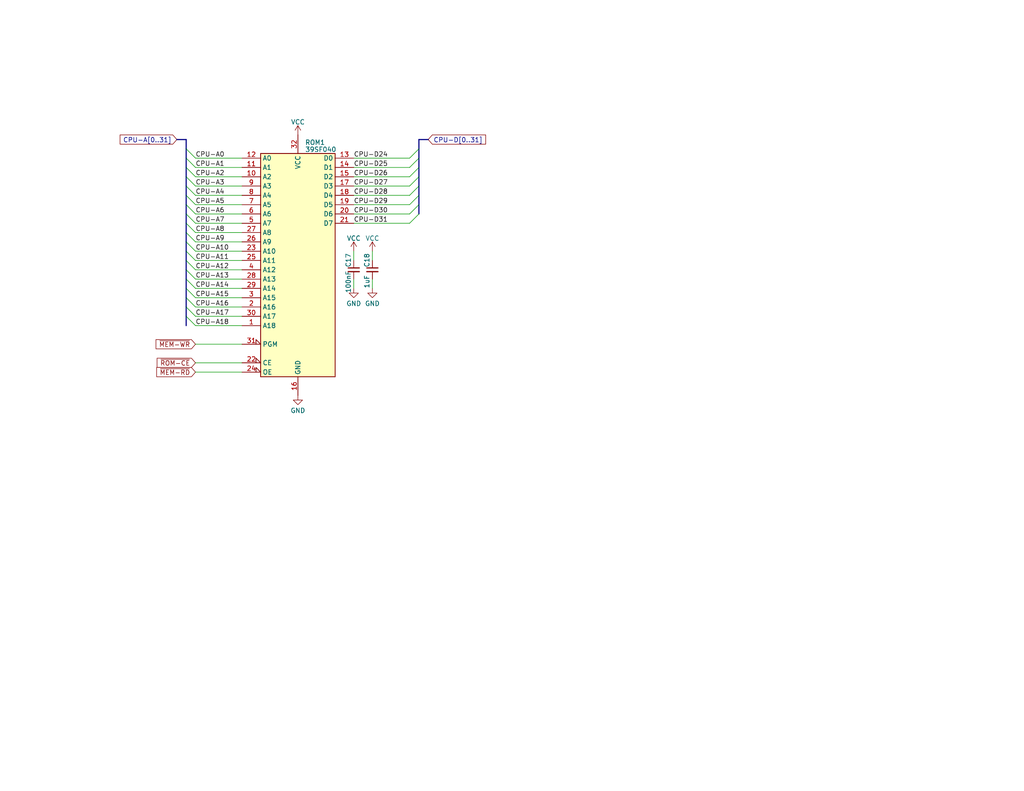
<source format=kicad_sch>
(kicad_sch (version 20230121) (generator eeschema)
  (paper "USLetter")
  (title_block (title "Wrap030-ATX Mainboard") (date "2023-03-26") (rev "1") (company "techav"))
  (lib_symbols
    (symbol "Device:C_Small" (pin_numbers hide) (pin_names (offset 0.254) hide)
      (property "Reference" "C" (at 0.254 1.778 0))
      (property "Value" "C_Small" (at 0.254 -2.032 0))
      (symbol "C_Small_0_1"
        (polyline (pts (xy -1.524 -0.508) (xy 1.524 -0.508)) (stroke (width 0.3302)))
        (polyline (pts (xy -1.524 0.508) (xy 1.524 0.508)) (stroke (width 0.3048)))
      )
      (symbol "C_Small_1_1"
        (pin passive line (at 0 2.54 270) (length 2.032) (name "~") (number "1"))
        (pin passive line (at 0 -2.54 90) (length 2.032) (name "~") (number "2"))
      )
    )
    (symbol "Memory_Flash:SST39SF040"
      (property "Reference" "U" (at 2.54 33.02 0))
      (property "Value" "SST39SF040" (at 0 -30.48 0))
      (symbol "SST39SF040_0_0"
        (pin power_in line (at 0 -34.29 90) (length 5.08) (name "GND") (number "16"))
        (pin power_in line (at 0 36.83 270) (length 5.08) (name "VCC") (number "32"))
      )
      (symbol "SST39SF040_0_1"
        (rectangle (start -10.16 31.75) (end 10.16 -29.21) (stroke (width 0.254)) (fill (type background)))
      )
      (symbol "SST39SF040_1_1"
        (pin input line (at -15.24 -15.24 0) (length 5.08) (name "A18") (number "1"))
        (pin input line (at -15.24 25.4 0) (length 5.08) (name "A2") (number "10"))
        (pin input line (at -15.24 27.94 0) (length 5.08) (name "A1") (number "11"))
        (pin input line (at -15.24 30.48 0) (length 5.08) (name "A0") (number "12"))
        (pin tri_state line (at 15.24 30.48 180) (length 5.08) (name "D0") (number "13"))
        (pin tri_state line (at 15.24 27.94 180) (length 5.08) (name "D1") (number "14"))
        (pin tri_state line (at 15.24 25.4 180) (length 5.08) (name "D2") (number "15"))
        (pin tri_state line (at 15.24 22.86 180) (length 5.08) (name "D3") (number "17"))
        (pin tri_state line (at 15.24 20.32 180) (length 5.08) (name "D4") (number "18"))
        (pin tri_state line (at 15.24 17.78 180) (length 5.08) (name "D5") (number "19"))
        (pin input line (at -15.24 -10.16 0) (length 5.08) (name "A16") (number "2"))
        (pin tri_state line (at 15.24 15.24 180) (length 5.08) (name "D6") (number "20"))
        (pin tri_state line (at 15.24 12.7 180) (length 5.08) (name "D7") (number "21"))
        (pin input input_low (at -15.24 -25.4 0) (length 5.08) (name "CE") (number "22"))
        (pin input line (at -15.24 5.08 0) (length 5.08) (name "A10") (number "23"))
        (pin input input_low (at -15.24 -27.94 0) (length 5.08) (name "OE") (number "24"))
        (pin input line (at -15.24 2.54 0) (length 5.08) (name "A11") (number "25"))
        (pin input line (at -15.24 7.62 0) (length 5.08) (name "A9") (number "26"))
        (pin input line (at -15.24 10.16 0) (length 5.08) (name "A8") (number "27"))
        (pin input line (at -15.24 -2.54 0) (length 5.08) (name "A13") (number "28"))
        (pin input line (at -15.24 -5.08 0) (length 5.08) (name "A14") (number "29"))
        (pin input line (at -15.24 -7.62 0) (length 5.08) (name "A15") (number "3"))
        (pin input line (at -15.24 -12.7 0) (length 5.08) (name "A17") (number "30"))
        (pin input input_low (at -15.24 -20.32 0) (length 5.08) (name "PGM") (number "31"))
        (pin input line (at -15.24 0 0) (length 5.08) (name "A12") (number "4"))
        (pin input line (at -15.24 12.7 0) (length 5.08) (name "A7") (number "5"))
        (pin input line (at -15.24 15.24 0) (length 5.08) (name "A6") (number "6"))
        (pin input line (at -15.24 17.78 0) (length 5.08) (name "A5") (number "7"))
        (pin input line (at -15.24 20.32 0) (length 5.08) (name "A4") (number "8"))
        (pin input line (at -15.24 22.86 0) (length 5.08) (name "A3") (number "9"))
      )
    )
    (symbol "power:GND" (power) (pin_names (offset 0))
      (property "Value" "GND" (at 0 -3.81 0))
      (symbol "GND_0_1"
        (polyline (pts (xy 0 0) (xy 0 -1.27) (xy 1.27 -1.27) (xy 0 -2.54) (xy -1.27 -1.27) (xy 0 -1.27)))
      )
      (symbol "GND_1_1"
        (pin power_in line (at 0 0 270) (length 0) hide (name "GND") (number "1"))
      )
    )
    (symbol "power:VCC" (power) (pin_names (offset 0))
      (property "Value" "VCC" (at 0 3.81 0))
      (symbol "VCC_0_1"
        (polyline (pts (xy -0.762 1.27) (xy 0 2.54)))
        (polyline (pts (xy 0 0) (xy 0 2.54)))
        (polyline (pts (xy 0 2.54) (xy 0.762 1.27)))
      )
      (symbol "VCC_1_1"
        (pin power_in line (at 0 0 90) (length 0) hide (name "VCC") (number "1"))
      )
    )
  )
  (bus_entry (at 50.8 48.26) (size 2.54 2.54))
  (bus_entry (at 50.8 73.66) (size 2.54 2.54))
  (bus_entry (at 114.3 50.8) (size -2.54 2.54))
  (bus_entry (at 50.8 50.8) (size 2.54 2.54))
  (bus_entry (at 114.3 48.26) (size -2.54 2.54))
  (bus_entry (at 114.3 55.88) (size -2.54 2.54))
  (bus_entry (at 50.8 40.64) (size 2.54 2.54))
  (bus_entry (at 50.8 83.82) (size 2.54 2.54))
  (bus_entry (at 50.8 71.12) (size 2.54 2.54))
  (bus_entry (at 50.8 45.72) (size 2.54 2.54))
  (bus_entry (at 114.3 58.42) (size -2.54 2.54))
  (bus_entry (at 114.3 43.18) (size -2.54 2.54))
  (bus_entry (at 50.8 55.88) (size 2.54 2.54))
  (bus_entry (at 50.8 58.42) (size 2.54 2.54))
  (bus_entry (at 50.8 53.34) (size 2.54 2.54))
  (bus_entry (at 50.8 66.04) (size 2.54 2.54))
  (bus_entry (at 50.8 86.36) (size 2.54 2.54))
  (bus_entry (at 114.3 45.72) (size -2.54 2.54))
  (bus_entry (at 114.3 53.34) (size -2.54 2.54))
  (bus_entry (at 50.8 60.96) (size 2.54 2.54))
  (bus_entry (at 50.8 63.5) (size 2.54 2.54))
  (bus_entry (at 50.8 81.28) (size 2.54 2.54))
  (bus_entry (at 114.3 40.64) (size -2.54 2.54))
  (bus_entry (at 50.8 78.74) (size 2.54 2.54))
  (bus_entry (at 50.8 76.2) (size 2.54 2.54))
  (bus_entry (at 50.8 68.58) (size 2.54 2.54))
  (bus_entry (at 50.8 43.18) (size 2.54 2.54))
  (bus (pts (xy 114.3 50.8) (xy 114.3 53.34)))
  (bus (pts (xy 50.8 58.42) (xy 50.8 60.96)))
  (wire (pts (xy 66.04 43.18) (xy 53.34 43.18)))
  (wire (pts (xy 66.04 78.74) (xy 53.34 78.74)))
  (bus (pts (xy 114.3 45.72) (xy 114.3 48.26)))
  (wire (pts (xy 66.04 88.9) (xy 53.34 88.9)))
  (wire (pts (xy 53.34 93.98) (xy 66.04 93.98)))
  (wire (pts (xy 96.52 58.42) (xy 111.76 58.42)))
  (bus (pts (xy 50.8 53.34) (xy 50.8 55.88)))
  (bus (pts (xy 114.3 40.64) (xy 114.3 43.18)))
  (bus (pts (xy 50.8 60.96) (xy 50.8 63.5)))
  (bus (pts (xy 50.8 76.2) (xy 50.8 78.74)))
  (bus (pts (xy 50.8 48.26) (xy 50.8 50.8)))
  (bus (pts (xy 50.8 38.1) (xy 48.26 38.1)))
  (wire (pts (xy 66.04 58.42) (xy 53.34 58.42)))
  (wire (pts (xy 66.04 81.28) (xy 53.34 81.28)))
  (wire (pts (xy 66.04 71.12) (xy 53.34 71.12)))
  (wire (pts (xy 96.52 60.96) (xy 111.76 60.96)))
  (bus (pts (xy 50.8 66.04) (xy 50.8 68.58)))
  (wire (pts (xy 96.52 48.26) (xy 111.76 48.26)))
  (wire (pts (xy 66.04 45.72) (xy 53.34 45.72)))
  (wire (pts (xy 96.52 50.8) (xy 111.76 50.8)))
  (bus (pts (xy 50.8 78.74) (xy 50.8 81.28)))
  (bus (pts (xy 50.8 55.88) (xy 50.8 58.42)))
  (wire (pts (xy 96.52 45.72) (xy 111.76 45.72)))
  (bus (pts (xy 50.8 63.5) (xy 50.8 66.04)))
  (bus (pts (xy 116.84 38.1) (xy 114.3 38.1)))
  (bus (pts (xy 50.8 50.8) (xy 50.8 53.34)))
  (bus (pts (xy 114.3 48.26) (xy 114.3 50.8)))
  (wire (pts (xy 66.04 55.88) (xy 53.34 55.88)))
  (wire (pts (xy 96.52 43.18) (xy 111.76 43.18)))
  (wire (pts (xy 96.52 68.58) (xy 96.52 71.12)))
  (bus (pts (xy 50.8 68.58) (xy 50.8 71.12)))
  (bus (pts (xy 50.8 43.18) (xy 50.8 45.72)))
  (wire (pts (xy 66.04 48.26) (xy 53.34 48.26)))
  (bus (pts (xy 50.8 81.28) (xy 50.8 83.82)))
  (wire (pts (xy 96.52 53.34) (xy 111.76 53.34)))
  (bus (pts (xy 114.3 55.88) (xy 114.3 58.42)))
  (wire (pts (xy 66.04 63.5) (xy 53.34 63.5)))
  (bus (pts (xy 50.8 38.1) (xy 50.8 40.64)))
  (wire (pts (xy 53.34 99.06) (xy 66.04 99.06)))
  (bus (pts (xy 50.8 71.12) (xy 50.8 73.66)))
  (wire (pts (xy 66.04 86.36) (xy 53.34 86.36)))
  (wire (pts (xy 96.52 78.74) (xy 96.52 76.2)))
  (wire (pts (xy 66.04 66.04) (xy 53.34 66.04)))
  (wire (pts (xy 66.04 83.82) (xy 53.34 83.82)))
  (wire (pts (xy 101.6 78.74) (xy 101.6 76.2)))
  (wire (pts (xy 53.34 101.6) (xy 66.04 101.6)))
  (wire (pts (xy 66.04 60.96) (xy 53.34 60.96)))
  (wire (pts (xy 66.04 50.8) (xy 53.34 50.8)))
  (wire (pts (xy 66.04 76.2) (xy 53.34 76.2)))
  (bus (pts (xy 114.3 38.1) (xy 114.3 40.64)))
  (bus (pts (xy 114.3 53.34) (xy 114.3 55.88)))
  (bus (pts (xy 50.8 86.36) (xy 50.8 88.9)))
  (wire (pts (xy 101.6 68.58) (xy 101.6 71.12)))
  (wire (pts (xy 66.04 53.34) (xy 53.34 53.34)))
  (bus (pts (xy 50.8 45.72) (xy 50.8 48.26)))
  (wire (pts (xy 96.52 55.88) (xy 111.76 55.88)))
  (bus (pts (xy 50.8 40.64) (xy 50.8 43.18)))
  (wire (pts (xy 66.04 73.66) (xy 53.34 73.66)))
  (wire (pts (xy 66.04 68.58) (xy 53.34 68.58)))
  (bus (pts (xy 114.3 43.18) (xy 114.3 45.72)))
  (bus (pts (xy 50.8 83.82) (xy 50.8 86.36)))
  (bus (pts (xy 50.8 73.66) (xy 50.8 76.2)))
  (label "CPU-A4" (at 53.34 53.34 0))
  (label "CPU-A7" (at 53.34 60.96 0))
  (label "CPU-A6" (at 53.34 58.42 0))
  (label "CPU-D27" (at 96.52 50.8 0))
  (label "CPU-D24" (at 96.52 43.18 0))
  (label "CPU-A12" (at 53.34 73.66 0))
  (label "CPU-D25" (at 96.52 45.72 0))
  (label "CPU-A18" (at 53.34 88.9 0))
  (label "CPU-A5" (at 53.34 55.88 0))
  (label "CPU-A3" (at 53.34 50.8 0))
  (label "CPU-A13" (at 53.34 76.2 0))
  (label "CPU-A2" (at 53.34 48.26 0))
  (label "CPU-A1" (at 53.34 45.72 0))
  (label "CPU-A8" (at 53.34 63.5 0))
  (label "CPU-A11" (at 53.34 71.12 0))
  (label "CPU-D30" (at 96.52 58.42 0))
  (label "CPU-A10" (at 53.34 68.58 0))
  (label "CPU-A16" (at 53.34 83.82 0))
  (label "CPU-A15" (at 53.34 81.28 0))
  (label "CPU-A9" (at 53.34 66.04 0))
  (label "CPU-D31" (at 96.52 60.96 0))
  (label "CPU-A14" (at 53.34 78.74 0))
  (label "CPU-D29" (at 96.52 55.88 0))
  (label "CPU-A0" (at 53.34 43.18 0))
  (label "CPU-A17" (at 53.34 86.36 0))
  (label "CPU-D28" (at 96.52 53.34 0))
  (label "CPU-D26" (at 96.52 48.26 0))
  (global_label "~{MEM-RD}" (shape input) (at 53.34 101.6 180) (property "Intersheetrefs" "${INTERSHEET_REFS}" (effects hide)))
  (global_label "CPU-A[0..31]" (shape input) (at 48.26 38.1 180) (property "Intersheetrefs" "${INTERSHEET_REFS}" (effects hide)))
  (global_label "~{ROM-CE}" (shape input) (at 53.34 99.06 180) (property "Intersheetrefs" "${INTERSHEET_REFS}" (effects hide)))
  (global_label "~{MEM-WR}" (shape input) (at 53.34 93.98 180) (property "Intersheetrefs" "${INTERSHEET_REFS}" (effects hide)))
  (global_label "CPU-D[0..31]" (shape input) (at 116.84 38.1 0) (property "Intersheetrefs" "${INTERSHEET_REFS}" (effects hide)))
  (symbol (lib_id "power:GND") (at 81.28 107.95 0) (unit 1)
    (property "Reference" "#PWR040" (effects hide))
    (property "Value" "GND" (at 81.28 112.0855 0))
    (instances (project "Wrap030-ATX" (path "" (reference "#PWR040") (unit 1)) (path "" (reference "#PWR036") (unit 1)) (path "" (reference "#PWR036") (unit 1))))
  )
  (symbol (lib_id "Memory_Flash:SST39SF040") (at 81.28 73.66 0) (unit 1)
    (property "Reference" "ROM1" (at 83.2359 38.9001 0) (effects (justify left)))
    (property "Value" "39SF040" (at 83.2359 40.8211 0) (effects (justify left)))
    (property "Footprint" "Package_LCC:PLCC-32_THT-Socket" (effects hide))
    (property "Datasheet" "http://ww1.microchip.com/downloads/en/DeviceDoc/25022B.pdf" (effects hide))
    (property "Mouser-Part" "804-39SF0407CNHE" (effects hide))
    (property "Notes" "OFE" (effects hide))
    (property "Socket-Mouser" "575-943224" (effects hide))
  )
  (symbol (lib_id "power:VCC") (at 96.52 68.58 0) (unit 1)
    (property "Reference" "#PWR035" (effects hide))
    (property "Value" "VCC" (at 96.52 65.0781 0))
    (instances (project "Wrap030-ATX" (path "" (reference "#PWR035") (unit 1)) (path "" (reference "#PWR037") (unit 1)) (path "" (reference "#PWR037") (unit 1))))
  )
  (symbol (lib_id "Device:C_Small") (at 101.6 73.66 0) (unit 1)
    (property "Reference" "C18" (at 100.1141 73.0226 90) (effects (justify left)))
    (property "Value" "1uF" (at 100.1141 78.7536 90) (effects (justify left)))
    (property "Footprint" "Capacitor_SMD:C_0402_1005Metric_Pad0.74x0.62mm_HandSolder" (effects hide))
    (property "JLC-Part" "https://jlcpcb.com/partdetail/53938-CL05A105KA5NQNC/C52923" (effects hide))
    (property "Mouser-Part" "187-CL05A105KA5NQNC" (effects hide))
    (property "Notes" "JLC" (effects hide))
  )
  (symbol (lib_id "power:VCC") (at 81.28 36.83 0) (unit 1)
    (property "Reference" "#PWR039" (effects hide))
    (property "Value" "VCC" (at 81.28 33.3281 0))
    (instances (project "Wrap030-ATX" (path "" (reference "#PWR039") (unit 1)) (path "" (reference "#PWR035") (unit 1)) (path "" (reference "#PWR035") (unit 1))))
  )
  (symbol (lib_id "Device:C_Small") (at 96.52 73.66 0) (unit 1)
    (property "Reference" "C17" (at 95.0341 73.0226 90) (effects (justify left)))
    (property "Value" "100nF" (at 95.0341 80.0236 90) (effects (justify left)))
    (property "Footprint" "Capacitor_SMD:C_0402_1005Metric_Pad0.74x0.62mm_HandSolder" (effects hide))
    (property "JLC-Part" "https://jlcpcb.com/partdetail/1877-CL05B104KO5NNNC/C1525" (effects hide))
    (property "Mouser-Part" "187-CL05B104KO5NNNC" (effects hide))
    (property "Notes" "JLC" (effects hide))
  )
  (symbol (lib_id "power:GND") (at 101.6 78.74 0) (unit 1)
    (property "Reference" "#PWR038" (effects hide))
    (property "Value" "GND" (at 101.6 82.8755 0))
    (instances (project "Wrap030-ATX" (path "" (reference "#PWR038") (unit 1)) (path "" (reference "#PWR040") (unit 1)) (path "" (reference "#PWR040") (unit 1))))
  )
  (symbol (lib_id "power:VCC") (at 101.6 68.58 0) (unit 1)
    (property "Reference" "#PWR037" (effects hide))
    (property "Value" "VCC" (at 101.6 65.0781 0))
    (instances (project "Wrap030-ATX" (path "" (reference "#PWR037") (unit 1)) (path "" (reference "#PWR039") (unit 1)) (path "" (reference "#PWR039") (unit 1))))
  )
  (symbol (lib_id "power:GND") (at 96.52 78.74 0) (unit 1)
    (property "Reference" "#PWR036" (effects hide))
    (property "Value" "GND" (at 96.52 82.8755 0))
    (instances (project "Wrap030-ATX" (path "" (reference "#PWR036") (unit 1)) (path "" (reference "#PWR038") (unit 1)) (path "" (reference "#PWR038") (unit 1))))
  )
)
</source>
